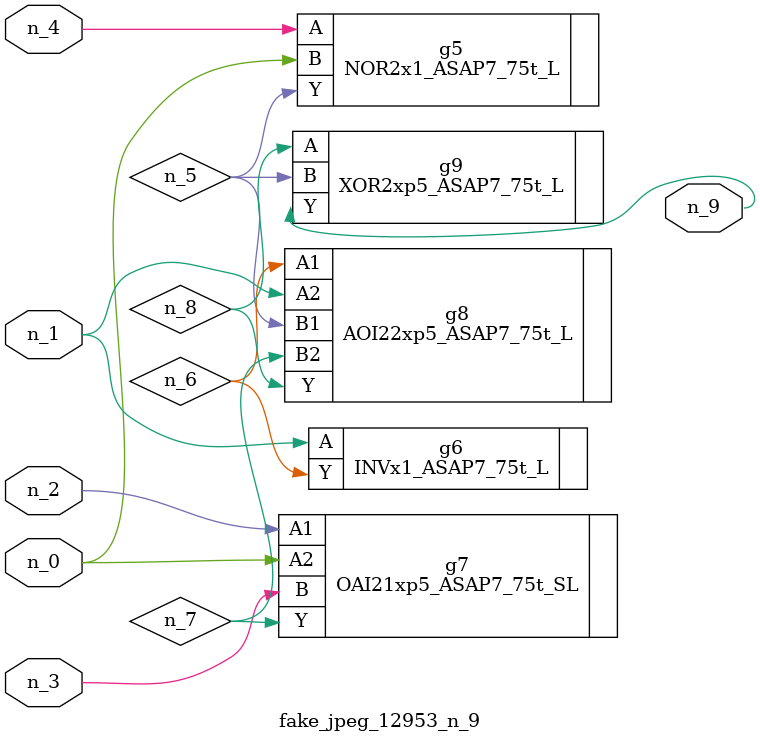
<source format=v>
module fake_jpeg_12953_n_9 (n_3, n_2, n_1, n_0, n_4, n_9);

input n_3;
input n_2;
input n_1;
input n_0;
input n_4;

output n_9;

wire n_8;
wire n_6;
wire n_5;
wire n_7;

NOR2x1_ASAP7_75t_L g5 ( 
.A(n_4),
.B(n_0),
.Y(n_5)
);

INVx1_ASAP7_75t_L g6 ( 
.A(n_1),
.Y(n_6)
);

OAI21xp5_ASAP7_75t_SL g7 ( 
.A1(n_2),
.A2(n_0),
.B(n_3),
.Y(n_7)
);

AOI22xp5_ASAP7_75t_L g8 ( 
.A1(n_6),
.A2(n_1),
.B1(n_5),
.B2(n_7),
.Y(n_8)
);

XOR2xp5_ASAP7_75t_L g9 ( 
.A(n_8),
.B(n_5),
.Y(n_9)
);


endmodule
</source>
